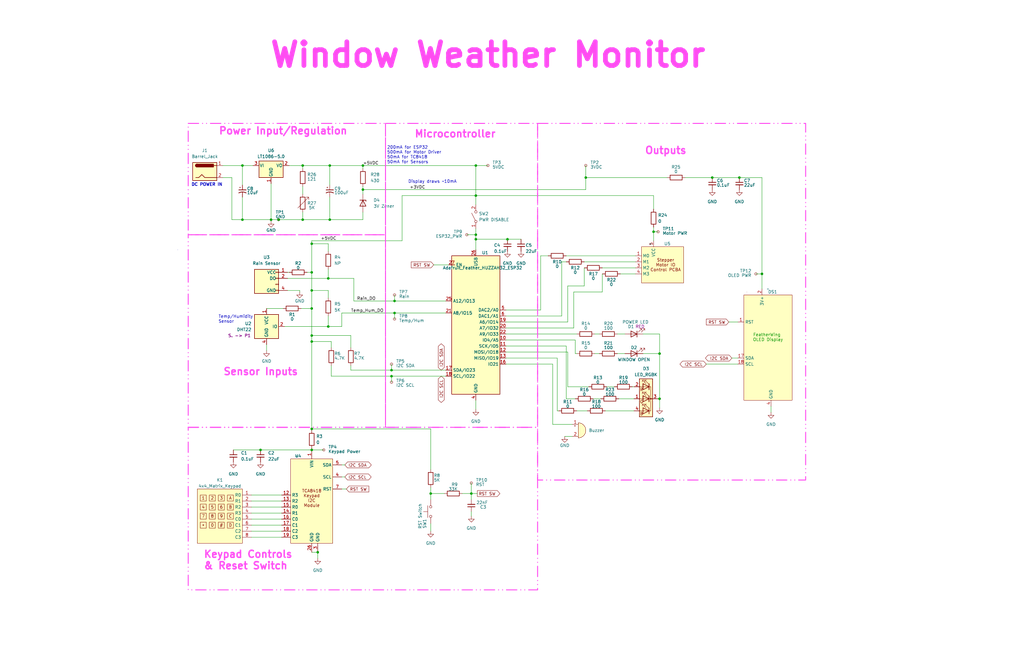
<source format=kicad_sch>
(kicad_sch (version 20230121) (generator eeschema)
  (paper "B")
  (title_block (title "Window Weather Monitor") (date "2023-11-09") (rev "4") (company "ECE 411 Team 4"))
  (junction (at 138.43 117.475))
  (junction (at 275.59 97.79))
  (junction (at 133.985 233.045))
  (junction (at 102.235 92.71))
  (junction (at 131.445 144.145))
  (junction (at 153.035 80.01))
  (junction (at 131.445 180.975))
  (junction (at 117.475 92.71))
  (junction (at 131.445 114.935))
  (junction (at 311.785 74.93))
  (junction (at 127.635 92.71))
  (junction (at 114.3 92.71))
  (junction (at 200.66 99.06))
  (junction (at 165.1 158.75))
  (junction (at 166.37 127))
  (junction (at 321.31 115.57))
  (junction (at 131.445 102.87))
  (junction (at 247.015 74.93))
  (junction (at 131.445 122.555))
  (junction (at 278.13 168.275))
  (junction (at 139.065 92.71))
  (junction (at 165.1 156.21))
  (junction (at 200.66 82.55))
  (junction (at 213.995 100.965))
  (junction (at 198.755 208.28))
  (junction (at 131.445 189.865))
  (junction (at 181.61 208.28))
  (junction (at 200.66 100.965))
  (junction (at 131.445 130.175))
  (junction (at 131.445 141.605))
  (junction (at 300.355 74.93))
  (junction (at 138.43 137.795))
  (junction (at 153.035 69.85))
  (junction (at 166.37 132.08))
  (junction (at 278.13 149.225))
  (junction (at 139.065 69.85))
  (junction (at 127.635 69.85))
  (junction (at 200.66 69.85))
  (junction (at 109.855 189.865))
  (junction (at 102.235 69.85))
  (wire (pts (xy 131.445 141.605) (xy 131.445 144.145)))
  (wire (pts (xy 114.3 77.47) (xy 114.3 92.71)))
  (wire (pts (xy 311.785 74.93) (xy 321.31 74.93)))
  (wire (pts (xy 243.205 173.355) (xy 247.65 173.355)))
  (wire (pts (xy 198.755 215.9) (xy 198.755 217.805)))
  (wire (pts (xy 239.395 135.89) (xy 239.395 120.65)))
  (wire (pts (xy 147.955 154.305) (xy 147.955 156.21)))
  (wire (pts (xy 131.445 180.975) (xy 131.445 181.61)))
  (wire (pts (xy 213.36 135.89) (xy 239.395 135.89)))
  (wire (pts (xy 106.045 221.615) (xy 118.745 221.615)))
  (wire (pts (xy 131.445 122.555) (xy 131.445 130.175)))
  (wire (pts (xy 233.045 153.67) (xy 233.045 179.07)))
  (wire (pts (xy 254 123.19) (xy 254 115.57)))
  (wire (pts (xy 139.7 146.685) (xy 139.7 144.145)))
  (wire (pts (xy 126.365 122.555) (xy 121.285 122.555)))
  (wire (pts (xy 121.285 117.475) (xy 138.43 117.475)))
  (wire (pts (xy 198.755 208.28) (xy 201.295 208.28)))
  (wire (pts (xy 102.235 69.85) (xy 106.68 69.85)))
  (wire (pts (xy 250.825 140.97) (xy 252.73 140.97)))
  (wire (pts (xy 241.935 123.19) (xy 254 123.19)))
  (wire (pts (xy 239.395 163.195) (xy 248.285 163.195)))
  (wire (pts (xy 106.045 213.995) (xy 118.745 213.995)))
  (wire (pts (xy 252.73 149.225) (xy 250.825 149.225)))
  (wire (pts (xy 93.98 74.93) (xy 97.79 74.93)))
  (wire (pts (xy 109.855 189.865) (xy 131.445 189.865)))
  (wire (pts (xy 93.98 69.85) (xy 102.235 69.85)))
  (wire (pts (xy 166.37 127) (xy 187.96 127)))
  (wire (pts (xy 246.38 120.65) (xy 246.38 113.03)))
  (wire (pts (xy 106.045 224.155) (xy 118.745 224.155)))
  (wire (pts (xy 239.395 148.59) (xy 239.395 163.195)))
  (wire (pts (xy 213.36 133.35) (xy 236.855 133.35)))
  (wire (pts (xy 205.74 69.85) (xy 200.66 69.85)))
  (wire (pts (xy 247.015 69.85) (xy 247.015 74.93)))
  (wire (pts (xy 181.61 208.28) (xy 187.325 208.28)))
  (wire (pts (xy 238.76 146.05) (xy 238.76 168.275)))
  (wire (pts (xy 144.145 196.215) (xy 145.415 196.215)))
  (wire (pts (xy 250.19 168.275) (xy 253.365 168.275)))
  (wire (pts (xy 261.62 115.57) (xy 267.97 115.57)))
  (wire (pts (xy 138.43 122.555) (xy 131.445 122.555)))
  (wire (pts (xy 127.635 92.71) (xy 127.635 89.535)))
  (wire (pts (xy 200.66 99.06) (xy 200.66 100.965)))
  (wire (pts (xy 277.495 168.275) (xy 278.13 168.275)))
  (wire (pts (xy 236.855 110.49) (xy 238.76 110.49)))
  (wire (pts (xy 106.045 216.535) (xy 118.745 216.535)))
  (wire (pts (xy 181.61 180.975) (xy 181.61 198.12)))
  (wire (pts (xy 131.445 233.045) (xy 133.985 233.045)))
  (wire (pts (xy 278.13 140.97) (xy 271.145 140.97)))
  (wire (pts (xy 166.37 132.08) (xy 187.96 132.08)))
  (wire (pts (xy 131.445 180.975) (xy 181.61 180.975)))
  (wire (pts (xy 169.545 82.55) (xy 169.545 101.6)))
  (wire (pts (xy 144.145 206.375) (xy 146.05 206.375)))
  (wire (pts (xy 198.755 203.835) (xy 198.755 208.28)))
  (wire (pts (xy 149.225 127) (xy 166.37 127)))
  (wire (pts (xy 102.235 92.71) (xy 114.3 92.71)))
  (wire (pts (xy 233.045 153.67) (xy 213.36 153.67)))
  (wire (pts (xy 114.3 92.71) (xy 117.475 92.71)))
  (wire (pts (xy 275.59 82.55) (xy 275.59 88.265)))
  (wire (pts (xy 307.34 135.89) (xy 311.15 135.89)))
  (wire (pts (xy 234.95 173.355) (xy 235.585 173.355)))
  (wire (pts (xy 102.235 83.185) (xy 102.235 92.71)))
  (wire (pts (xy 227.965 130.81) (xy 227.965 107.95)))
  (wire (pts (xy 147.955 141.605) (xy 131.445 141.605)))
  (wire (pts (xy 297.815 153.67) (xy 311.15 153.67)))
  (wire (pts (xy 247.015 74.93) (xy 281.305 74.93)))
  (wire (pts (xy 181.61 208.28) (xy 181.61 210.82)))
  (wire (pts (xy 233.045 179.07) (xy 241.3 179.07)))
  (wire (pts (xy 139.7 144.145) (xy 131.445 144.145)))
  (wire (pts (xy 165.1 158.75) (xy 165.1 161.29)))
  (wire (pts (xy 194.945 208.28) (xy 198.755 208.28)))
  (wire (pts (xy 114.3 92.71) (xy 114.3 93.345)))
  (wire (pts (xy 200.66 82.55) (xy 275.59 82.55)))
  (wire (pts (xy 131.445 189.23) (xy 131.445 189.865)))
  (wire (pts (xy 144.145 132.08) (xy 166.37 132.08)))
  (wire (pts (xy 144.145 137.795) (xy 144.145 132.08)))
  (wire (pts (xy 147.955 146.685) (xy 147.955 141.605)))
  (wire (pts (xy 321.31 115.57) (xy 321.31 121.92)))
  (wire (pts (xy 106.045 211.455) (xy 118.745 211.455)))
  (wire (pts (xy 112.395 130.175) (xy 119.38 130.175)))
  (wire (pts (xy 198.755 208.28) (xy 198.755 210.82)))
  (wire (pts (xy 127.635 69.85) (xy 121.92 69.85)))
  (wire (pts (xy 311.785 74.93) (xy 300.355 74.93)))
  (wire (pts (xy 200.66 100.965) (xy 213.995 100.965)))
  (wire (pts (xy 181.61 205.74) (xy 181.61 208.28)))
  (wire (pts (xy 153.035 69.85) (xy 200.66 69.85)))
  (wire (pts (xy 239.395 120.65) (xy 246.38 120.65)))
  (wire (pts (xy 127 130.175) (xy 131.445 130.175)))
  (wire (pts (xy 138.43 117.475) (xy 149.225 117.475)))
  (wire (pts (xy 127.635 69.85) (xy 139.065 69.85)))
  (wire (pts (xy 129.54 114.935) (xy 131.445 114.935)))
  (wire (pts (xy 255.905 163.195) (xy 259.08 163.195)))
  (wire (pts (xy 200.66 82.55) (xy 169.545 82.55)))
  (wire (pts (xy 169.545 101.6) (xy 131.445 101.6)))
  (wire (pts (xy 213.36 140.97) (xy 243.205 140.97)))
  (wire (pts (xy 153.035 80.01) (xy 153.035 81.915)))
  (wire (pts (xy 247.015 74.93) (xy 247.015 80.01)))
  (wire (pts (xy 165.1 153.67) (xy 165.1 156.21)))
  (wire (pts (xy 138.43 125.73) (xy 138.43 122.555)))
  (wire (pts (xy 138.43 113.665) (xy 138.43 117.475)))
  (wire (pts (xy 308.61 151.13) (xy 311.15 151.13)))
  (wire (pts (xy 139.065 83.185) (xy 139.065 92.71)))
  (wire (pts (xy 200.66 82.55) (xy 200.66 86.36)))
  (wire (pts (xy 106.045 208.915) (xy 118.745 208.915)))
  (wire (pts (xy 102.235 69.85) (xy 102.235 78.105)))
  (wire (pts (xy 213.36 130.81) (xy 227.965 130.81)))
  (wire (pts (xy 234.95 151.13) (xy 234.95 173.355)))
  (wire (pts (xy 275.59 97.79) (xy 277.495 97.79)))
  (wire (pts (xy 149.225 117.475) (xy 149.225 127)))
  (wire (pts (xy 213.36 138.43) (xy 241.935 138.43)))
  (wire (pts (xy 288.925 74.93) (xy 300.355 74.93)))
  (wire (pts (xy 213.36 148.59) (xy 239.395 148.59)))
  (wire (pts (xy 153.035 78.74) (xy 153.035 80.01)))
  (wire (pts (xy 138.43 133.35) (xy 138.43 137.795)))
  (wire (pts (xy 127.635 71.12) (xy 127.635 69.85)))
  (wire (pts (xy 98.425 189.865) (xy 109.855 189.865)))
  (wire (pts (xy 139.7 154.305) (xy 139.7 158.75)))
  (wire (pts (xy 213.36 151.13) (xy 234.95 151.13)))
  (wire (pts (xy 138.43 102.87) (xy 138.43 106.045)))
  (wire (pts (xy 321.31 74.93) (xy 321.31 115.57)))
  (wire (pts (xy 117.475 92.71) (xy 127.635 92.71)))
  (wire (pts (xy 139.7 158.75) (xy 165.1 158.75)))
  (wire (pts (xy 266.7 163.195) (xy 267.335 163.195)))
  (wire (pts (xy 200.66 100.965) (xy 200.66 105.41)))
  (wire (pts (xy 97.79 74.93) (xy 97.79 92.71)))
  (wire (pts (xy 126.365 123.19) (xy 126.365 122.555)))
  (wire (pts (xy 200.66 69.85) (xy 200.66 82.55)))
  (wire (pts (xy 275.59 95.885) (xy 275.59 97.79)))
  (wire (pts (xy 139.065 69.85) (xy 139.065 78.105)))
  (wire (pts (xy 181.61 220.98) (xy 181.61 224.155)))
  (wire (pts (xy 106.045 226.695) (xy 118.745 226.695)))
  (wire (pts (xy 213.36 143.51) (xy 242.57 143.51)))
  (wire (pts (xy 153.035 92.71) (xy 139.065 92.71)))
  (wire (pts (xy 196.85 99.06) (xy 200.66 99.06)))
  (wire (pts (xy 131.445 130.175) (xy 131.445 141.605)))
  (wire (pts (xy 165.1 158.75) (xy 187.96 158.75)))
  (wire (pts (xy 238.125 184.15) (xy 241.3 184.15)))
  (wire (pts (xy 242.57 149.225) (xy 243.205 149.225)))
  (wire (pts (xy 153.035 71.12) (xy 153.035 69.85)))
  (wire (pts (xy 260.985 168.275) (xy 267.335 168.275)))
  (wire (pts (xy 278.13 168.275) (xy 278.13 172.085)))
  (wire (pts (xy 236.855 133.35) (xy 236.855 110.49)))
  (wire (pts (xy 153.035 80.01) (xy 247.015 80.01)))
  (wire (pts (xy 260.35 140.97) (xy 263.525 140.97)))
  (wire (pts (xy 278.13 149.225) (xy 271.145 149.225)))
  (wire (pts (xy 275.59 97.79) (xy 275.59 101.6)))
  (wire (pts (xy 325.12 171.45) (xy 325.12 173.99)))
  (wire (pts (xy 246.38 110.49) (xy 267.97 110.49)))
  (wire (pts (xy 254 113.03) (xy 267.97 113.03)))
  (wire (pts (xy 133.985 233.045) (xy 133.985 235.585)))
  (wire (pts (xy 131.445 102.87) (xy 131.445 114.935)))
  (wire (pts (xy 238.76 168.275) (xy 242.57 168.275)))
  (wire (pts (xy 131.445 102.87) (xy 131.445 101.6)))
  (wire (pts (xy 131.445 102.87) (xy 138.43 102.87)))
  (wire (pts (xy 131.445 114.935) (xy 131.445 122.555)))
  (wire (pts (xy 138.43 137.795) (xy 144.145 137.795)))
  (wire (pts (xy 213.995 100.965) (xy 219.71 100.965)))
  (wire (pts (xy 144.145 201.295) (xy 145.415 201.295)))
  (wire (pts (xy 200.66 96.52) (xy 200.66 99.06)))
  (wire (pts (xy 127.635 81.915) (xy 127.635 78.74)))
  (wire (pts (xy 166.37 124.46) (xy 166.37 127)))
  (wire (pts (xy 182.88 111.76) (xy 189.23 111.76)))
  (wire (pts (xy 165.1 156.21) (xy 187.96 156.21)))
  (wire (pts (xy 131.445 144.145) (xy 131.445 180.975)))
  (wire (pts (xy 255.27 173.355) (xy 267.335 173.355)))
  (wire (pts (xy 200.66 168.91) (xy 200.66 172.72)))
  (wire (pts (xy 238.76 107.95) (xy 267.97 107.95)))
  (wire (pts (xy 227.965 107.95) (xy 231.14 107.95)))
  (wire (pts (xy 120.015 137.795) (xy 138.43 137.795)))
  (wire (pts (xy 139.065 92.71) (xy 127.635 92.71)))
  (wire (pts (xy 242.57 149.225) (xy 242.57 143.51)))
  (wire (pts (xy 139.065 69.85) (xy 153.035 69.85)))
  (wire (pts (xy 147.955 156.21) (xy 165.1 156.21)))
  (wire (pts (xy 131.445 189.865) (xy 136.525 189.865)))
  (wire (pts (xy 166.37 132.08) (xy 166.37 134.62)))
  (wire (pts (xy 318.77 115.57) (xy 321.31 115.57)))
  (wire (pts (xy 263.525 149.225) (xy 260.35 149.225)))
  (wire (pts (xy 121.285 114.935) (xy 121.92 114.935)))
  (wire (pts (xy 278.13 149.225) (xy 278.13 168.275)))
  (wire (pts (xy 241.935 138.43) (xy 241.935 123.19)))
  (wire (pts (xy 278.13 140.97) (xy 278.13 149.225)))
  (wire (pts (xy 97.79 92.71) (xy 102.235 92.71)))
  (wire (pts (xy 106.045 219.075) (xy 118.745 219.075)))
  (wire (pts (xy 213.36 146.05) (xy 238.76 146.05)))
  (wire (pts (xy 112.395 147.955) (xy 112.395 145.415)))
  (wire (pts (xy 153.035 89.535) (xy 153.035 92.71)))
  (rectangle (start 79.375 99.06) (end 162.56 180.34) (stroke (width 0.4) (type dash_dot_dot) (color 255 76 241 1)))
  (rectangle (start 74.93 105.41) (end 74.93 105.41))
  (rectangle (start 79.375 52.07) (end 162.56 99.06) (stroke (width 0.4) (type dash_dot_dot) (color 255 76 241 1)))
  (rectangle (start 226.695 52.07) (end 339.725 202.565) (stroke (width 0.4) (type dash_dot_dot) (color 255 76 241 1)))
  (rectangle (start 79.375 180.34) (end 226.695 248.92) (stroke (width 0.4) (type dash_dot_dot) (color 255 76 241 1)))
  (rectangle (start 162.56 52.07) (end 226.695 180.34) (stroke (width 0.4) (type dash_dot_dot) (color 255 76 241 1)))
  (text "Keypad Controls\n& Reset Switch" (at 85.725 240.665 0) (effects (font (size 3 3) bold) (justify left bottom)))
  (text "200mA for ESP32\n500mA for Motor Driver\n50mA for TC8418\n50mA for Sensors" (at 163.195 69.215 0) (effects (font (size 1.27 1.27)) (justify left bottom)))
  (text "Display draws ~10mA\n" (at 172.085 77.47 0) (effects (font (size 1.27 1.27)) (justify left bottom)))
  (text "Microcontroller" (at 174.625 58.42 0) (effects (font (size 3 3) bold) (justify left bottom)))
  (text "Temp/Humidity\nSensor" (at 92.075 136.525 0) (effects (font (size 1.27 1.27)) (justify left bottom)))
  (text "DC POWER IN" (at 80.645 78.74 0) (effects (font (size 1.27 1.27) (thickness 0.254) bold) (justify left bottom)))
  (text "Sensor Inputs" (at 93.98 158.75 0) (effects (font (size 3 3) bold) (justify left bottom)))
  (text "Power Input/Regulation" (at 92.075 57.15 0) (effects (font (size 3 3) bold) (justify left bottom)))
  (text "Outputs" (at 271.78 65.405 0) (effects (font (size 3 3) bold) (justify left bottom)))
  (text "Window Weather Monitor" (at 113.03 29.21 0) (effects (font (size 10 10) bold) (justify left bottom)))
  (label "Temp_Hum_DO" (at 147.955 132.08 0))
  (label "+5VDC" (at 153.035 69.85 0))
  (label "+5VDC" (at 135.255 101.6 0))
  (label "Rain_DO" (at 150.495 127 0))
  (label "+3VDC" (at 172.72 80.01 0))
  (global_label "RST SW" (shape input) (at 182.88 111.76 180) (property "Intersheetrefs" "${INTERSHEET_REFS}" (effects hide)))
  (global_label "I2C SCL" (shape bidirectional) (at 297.815 153.67 180) (property "Intersheetrefs" "${INTERSHEET_REFS}" (effects hide)))
  (global_label "I2C SDA" (shape bidirectional) (at 145.415 196.215 0) (property "Intersheetrefs" "${INTERSHEET_REFS}" (effects hide)))
  (global_label "I2C SDA" (shape bidirectional) (at 308.61 151.13 180) (property "Intersheetrefs" "${INTERSHEET_REFS}" (effects hide)))
  (global_label "I2C SCL" (shape bidirectional) (at 145.415 201.295 0) (property "Intersheetrefs" "${INTERSHEET_REFS}" (effects hide)))
  (global_label "RST SW" (shape input) (at 146.05 206.375 0) (property "Intersheetrefs" "${INTERSHEET_REFS}" (effects hide)))
  (global_label "I2C SDA" (shape bidirectional) (at 186.055 156.21 90) (property "Intersheetrefs" "${INTERSHEET_REFS}" (effects hide)))
  (global_label "RST SW" (shape input) (at 307.34 135.89 180) (property "Intersheetrefs" "${INTERSHEET_REFS}" (effects hide)))
  (global_label "I2C SCL" (shape bidirectional) (at 186.055 158.75 270) (property "Intersheetrefs" "${INTERSHEET_REFS}" (effects hide)))
  (global_label "RST SW" (shape output) (at 201.295 208.28 0) (property "Intersheetrefs" "${INTERSHEET_REFS}" (effects hide)))
  (symbol (lib_id "Device:R") (at 246.38 168.275 90) (unit 1)
    (property "Reference" "R16" (at 246.38 164.465 90))
    (property "Value" "0" (at 246.38 166.37 90))
    (property "Footprint" "Resistor_SMD:R_0603_1608Metric_Pad0.98x0.95mm_HandSolder" (effects hide))
    (property "MFG PN" "RMCF0603ZT0R00" (effects hide))
    (property "Part Link" "https://www.digikey.com/en/products/detail/stackpole-electronics-inc/RMCF0603ZT0R00/1756908" (effects hide))
  )
  (symbol (lib_id "power:GND") (at 325.12 173.99 0) (unit 1)
    (property "Reference" "#PWR016" (effects hide))
    (property "Value" "GND" (at 325.12 179.07 0))
  )
  (symbol (lib_id "Connector:TestPoint_Small") (at 117.475 92.71 0) (unit 1)
    (property "Reference" "TP1" (at 116.205 89.535 0) (effects (justify left)))
    (property "Value" "GND" (at 116.205 91.44 0) (effects (justify left)))
    (property "Footprint" "my_library:TestPoint_THTPad_D2.0mm_Drill1.0mm" (effects hide))
  )
  (symbol (lib_id "power:GND") (at 109.855 194.945 0) (unit 1)
    (property "Reference" "#PWR03" (effects hide))
    (property "Value" "GND" (at 109.855 200.025 0))
  )
  (symbol (lib_id "my_library:TCA8418_Keypad_/_GPIO_Extension") (at 131.445 192.405 0) (unit 1)
    (property "Reference" "U4" (at 125.73 192.405 0))
    (property "Value" "~" (at 125.095 192.405 0))
    (property "Footprint" "my_library:TCA8418" (effects hide))
  )
  (symbol (lib_id "Regulator_Linear:LT1086-5.0") (at 114.3 69.85 0) (unit 1)
    (property "Reference" "U6" (at 114.3 63.5 0))
    (property "Value" "LT1086-5.0" (at 114.3 66.04 0))
    (property "Footprint" "Package_TO_SOT_THT:TO-220-3_Vertical" (effects hide))
    (property "Datasheet" "https://www.analog.com/media/en/technical-documentation/data-sheets/1086ffs.pdf" (effects hide))
    (property "MFG PN" "LT1086CT#PBF" (effects hide))
    (property "Part Link" "https://www.digikey.com/en/products/detail/analog-devices-inc/LT1086CT-PBF/891238" (effects hide))
  )
  (symbol (lib_id "power:GND") (at 98.425 194.945 0) (unit 1)
    (property "Reference" "#PWR02" (effects hide))
    (property "Value" "GND" (at 98.425 200.025 0))
  )
  (symbol (lib_id "Device:R") (at 256.54 149.225 90) (unit 1)
    (property "Reference" "R21" (at 256.54 144.78 90))
    (property "Value" "100" (at 256.54 146.685 90))
    (property "Footprint" "Resistor_SMD:R_0603_1608Metric_Pad0.98x0.95mm_HandSolder" (effects hide))
    (property "MFG PN" "RMCF0603FT100R" (effects hide))
    (property "Part Link" "https://www.digikey.com/en/products/detail/stackpole-electronics-inc/RMCF0603FT100R/1761113" (effects hide))
  )
  (symbol (lib_id "power:GND") (at 278.13 172.085 0) (unit 1)
    (property "Reference" "#PWR013" (effects hide))
    (property "Value" "GND" (at 278.13 177.165 0))
  )
  (symbol (lib_id "my_library:Motor_Control_IO") (at 274.32 102.87 0) (unit 1)
    (property "Reference" "U5" (at 280.035 102.87 0) (effects (justify left)))
    (property "Value" "~" (at 274.32 102.87 0))
    (property "Footprint" "Connector_PinSocket_1.27mm:PinSocket_1x05_P1.27mm_Vertical" (effects hide))
  )
  (symbol (lib_id "Device:R") (at 285.115 74.93 270) (unit 1)
    (property "Reference" "R25" (at 287.02 70.485 90) (effects (justify right)))
    (property "Value" "0" (at 285.75 72.39 90) (effects (justify right)))
    (property "Footprint" "Resistor_SMD:R_0603_1608Metric_Pad0.98x0.95mm_HandSolder" (effects hide))
    (property "MFG PN" "RMCF0603ZT0R00" (effects hide))
    (property "Part Link" "https://www.digikey.com/en/products/detail/stackpole-electronics-inc/RMCF0603ZT0R00/1756908" (effects hide))
  )
  (symbol (lib_id "power:GND") (at 311.785 80.01 0) (unit 1)
    (property "Reference" "#PWR015" (effects hide))
    (property "Value" "GND" (at 311.785 85.09 0))
  )
  (symbol (lib_id "power:GND") (at 300.355 80.01 0) (unit 1)
    (property "Reference" "#PWR014" (effects hide))
    (property "Value" "GND" (at 300.355 85.09 0))
  )
  (symbol (lib_id "Device:R") (at 181.61 201.93 0) (unit 1)
    (property "Reference" "R8" (at 182.88 200.66 0) (effects (justify left)))
    (property "Value" "5K" (at 182.88 202.565 0) (effects (justify left)))
    (property "Footprint" "Resistor_SMD:R_0603_1608Metric_Pad0.98x0.95mm_HandSolder" (effects hide))
    (property "MFG PN" "RT0603BRE075KL" (effects hide))
    (property "Notes" "5K" (effects hide))
    (property "Part Link" "https://www.digikey.com/en/products/detail/yageo/RT0603BRE075KL/7708365" (effects hide))
  )
  (symbol (lib_id "Device:R") (at 125.73 114.935 90) (unit 1)
    (property "Reference" "R2" (at 125.73 111.125 90))
    (property "Value" "0" (at 125.73 113.03 90))
    (property "Footprint" "Resistor_SMD:R_0603_1608Metric_Pad0.98x0.95mm_HandSolder" (effects hide))
    (property "MFG PN" "RMCF0603ZT0R00" (effects hide))
    (property "Part Link" "https://www.digikey.com/en/products/detail/stackpole-electronics-inc/RMCF0603ZT0R00/1756908" (effects hide))
  )
  (symbol (lib_id "Device:R") (at 191.135 208.28 90) (unit 1)
    (property "Reference" "R9" (at 193.04 204.47 90) (effects (justify left)))
    (property "Value" "33K" (at 193.04 206.375 90) (effects (justify left)))
    (property "Footprint" "Resistor_SMD:R_0603_1608Metric_Pad0.98x0.95mm_HandSolder" (effects hide))
    (property "MFG PN" "RMCF0603FT33K0" (effects hide))
    (property "Part Link" "https://www.digikey.com/en/products/detail/stackpole-electronics-inc/RMCF0603FT33K0/1760742" (effects hide))
  )
  (symbol (lib_id "Device:R") (at 251.46 173.355 90) (unit 1)
    (property "Reference" "R18" (at 251.46 169.545 90))
    (property "Value" "100" (at 251.46 171.45 90))
    (property "Footprint" "Resistor_SMD:R_0603_1608Metric_Pad0.98x0.95mm_HandSolder" (effects hide))
    (property "MFG PN" "RMCF0603FT100R" (effects hide))
    (property "Part Link" "https://www.digikey.com/en/products/detail/stackpole-electronics-inc/RMCF0603FT100R/1761113" (effects hide))
  )
  (symbol (lib_id "Switch:SW_Push") (at 181.61 215.9 90) (unit 1)
    (property "Reference" "SW1" (at 179.07 220.98 0))
    (property "Value" "RST Switch" (at 177.165 217.805 0))
    (property "Footprint" "Button_Switch_THT:SW_PUSH_6mm" (effects hide))
    (property "MFG PN" "DAOKI SPST" (effects hide))
    (property "Part Link" "https://www.amazon.com/DAOKI-Miniature-Momentary-Tactile-Quality/dp/B01CGMP9GY/ref=asc_df_B01CGMP9GY?tag=bingshoppinga-20&linkCode=df0&hvadid=80676721524207&hvnetw=o&hvqmt=e&hvbmt=be&hvdev=c&hvlocint=&hvlocphy=&hvtargid=pla-4584276298255158&th=1" (effects hide))
  )
  (symbol (lib_id "power:GND") (at 238.125 184.15 0) (mirror y) (unit 1)
    (property "Reference" "#PWR012" (effects hide))
    (property "Value" "GND" (at 238.125 187.96 0))
  )
  (symbol (lib_id "power:GND") (at 126.365 123.19 0) (unit 1)
    (property "Reference" "#PWR05" (effects hide))
    (property "Value" "GND" (at 126.365 127 0))
  )
  (symbol (lib_id "power:GND") (at 198.755 217.805 0) (unit 1)
    (property "Reference" "#PWR08" (effects hide))
    (property "Value" "GND" (at 198.755 222.885 0))
  )
  (symbol (lib_id "Connector:TestPoint_Small") (at 196.85 99.06 0) (mirror y) (unit 1)
    (property "Reference" "TP9" (at 194.945 97.79 0) (effects (justify left)))
    (property "Value" "ESP32_PWR" (at 194.945 99.695 0) (effects (justify left)))
    (property "Footprint" "my_library:TestPoint_THTPad_D2.0mm_Drill1.0mm" (effects hide))
  )
  (symbol (lib_id "Device:R") (at 250.19 113.03 90) (unit 1)
    (property "Reference" "R17" (at 250.19 115.57 90))
    (property "Value" "0" (at 250.19 117.475 90))
    (property "Footprint" "Resistor_SMD:R_0603_1608Metric_Pad0.98x0.95mm_HandSolder" (effects hide))
    (property "MFG PN" "RMCF0603ZT0R00" (effects hide))
    (property "Part Link" "https://www.digikey.com/en/products/detail/stackpole-electronics-inc/RMCF0603ZT0R00/1756908" (effects hide))
  )
  (symbol (lib_id "Connector:TestPoint_Small") (at 277.495 97.79 0) (unit 1)
    (property "Reference" "TP11" (at 279.4 96.52 0) (effects (justify left)))
    (property "Value" "Motor PWR" (at 279.4 98.425 0) (effects (justify left)))
    (property "Footprint" "my_library:TestPoint_THTPad_D2.0mm_Drill1.0mm" (effects hide))
  )
  (symbol (lib_id "Device:R") (at 139.7 150.495 0) (unit 1)
    (property "Reference" "R6" (at 140.97 149.225 0) (effects (justify left)))
    (property "Value" "4.7K" (at 140.97 151.13 0) (effects (justify left)))
    (property "Footprint" "Resistor_SMD:R_0603_1608Metric_Pad0.98x0.95mm_HandSolder" (effects hide))
    (property "MFG PN" "RK73B1JTTD472J" (effects hide))
    (property "Notes" "4.7K" (effects hide))
    (property "Part Link" "https://www.digikey.com/en/products/detail/koa-speer-electronics-inc/RK73B1JTTD472J/9844699" (effects hide))
  )
  (symbol (lib_id "Sensor:DHT11") (at 112.395 137.795 0) (unit 1)
    (property "Reference" "U2" (at 106.045 136.525 0) (effects (justify right)))
    (property "Value" "DHT22" (at 106.045 139.065 0) (effects (justify right)))
    (property "Footprint" "Sensor:Aosong_DHT11_5.5x12.0_P2.54mm" (effects hide))
    (property "Datasheet" "http://akizukidenshi.com/download/ds/aosong/DHT11.pdf" (effects hide))
    (property "Pinout" "S. -> P1" (at 100.965 141.605 0))
  )
  (symbol (lib_id "Connector:TestPoint_Small") (at 165.1 153.67 0) (unit 1)
    (property "Reference" "TP5" (at 167.005 152.4 0) (effects (justify left)))
    (property "Value" "I2C SDA" (at 167.005 154.305 0) (effects (justify left)))
    (property "Footprint" "my_library:TestPoint_THTPad_D2.0mm_Drill1.0mm" (effects hide))
  )
  (symbol (lib_id "Device:Buzzer") (at 243.84 181.61 0) (unit 1)
    (property "Reference" "BZ1" (effects hide))
    (property "Value" "Buzzer" (at 248.285 181.61 0) (effects (justify left)))
    (property "Footprint" "Connector_Molex:Molex_KK-254_AE-6410-02A_1x02_P2.54mm_Vertical" (effects hide))
    (property "MFG PN" "N/A" (effects hide))
  )
  (symbol (lib_id "Switch:SW_SPST") (at 200.66 91.44 90) (unit 1)
    (property "Reference" "SW2" (at 201.93 90.17 90) (effects (justify right)))
    (property "Value" "PWR DISABLE" (at 201.93 92.71 90) (effects (justify right)))
    (property "Footprint" "Connector:FanPinHeader_1x03_P2.54mm_Vertical" (effects hide))
    (property "MFG PN" "TS02CQE" (effects hide))
    (property "Part Link" "https://www.digikey.com/en/products/detail/c-k/TS02CQE/3755397?s=N4IgjCBcoGw1oDGUBmBDANgZwKYBoQB7KAbXDAE4B2GADhAF0CAHAFyhAGVWAnASwB2AcxABfAmADMABgQhkkdNnxFSIACzSYAVhqMW7SF16CRo80A" (effects hide))
  )
  (symbol (lib_id "Device:C_Polarized_Small_US") (at 102.235 80.645 0) (unit 1)
    (property "Reference" "C8" (at 104.14 79.5782 0) (effects (justify left)))
    (property "Value" "10uF" (at 104.14 81.28 0) (effects (justify left)))
    (property "Footprint" "Capacitor_SMD:CP_Elec_4x5.4" (effects hide))
    (property "MFG PN" "EEE-HA1A101WP" (effects hide))
    (property "Part Link" "https://www.digikey.com/en/products/detail/panasonic-electronic-components/EEE-HA1A101WP/814141" (effects hide))
  )
  (symbol (lib_id "Connector:TestPoint_Small") (at 247.015 69.85 0) (unit 1)
    (property "Reference" "TP2" (at 248.92 68.58 0) (effects (justify left)))
    (property "Value" "3VDC" (at 248.92 70.485 0) (effects (justify left)))
    (property "Footprint" "my_library:TestPoint_THTPad_D2.0mm_Drill1.0mm" (effects hide))
  )
  (symbol (lib_id "Device:R") (at 138.43 129.54 0) (unit 1)
    (property "Reference" "R5" (at 140.97 128.27 0) (effects (justify left)))
    (property "Value" "5K" (at 140.97 130.81 0) (effects (justify left)))
    (property "Footprint" "Resistor_SMD:R_0603_1608Metric_Pad0.98x0.95mm_HandSolder" (effects hide))
    (property "MFG PN" "RT0603BRE075KL" (effects hide))
    (property "Notes" "5K" (effects hide))
    (property "Part Link" "https://www.digikey.com/en/products/detail/yageo/RT0603BRE075KL/7708365" (effects hide))
  )
  (symbol (lib_id "Device:C_Small") (at 198.755 213.36 180) (unit 1)
    (property "Reference" "C3" (at 205.105 213.995 0) (effects (justify left)))
    (property "Value" "22nF" (at 205.74 212.09 0) (effects (justify left)))
    (property "Footprint" "Capacitor_SMD:C_0603_1608Metric" (effects hide))
    (property "MFG PN" "CL05B223KP5NNNC" (effects hide))
    (property "Part Link" "https://www.digikey.com/en/products/detail/samsung-electro-mechanics/CL05B223KP5NNNC/3887196" (effects hide))
  )
  (symbol (lib_id "Device:LED_RGBK") (at 272.415 168.275 0) (mirror y) (unit 1)
    (property "Reference" "D3" (at 272.415 155.575 0))
    (property "Value" "LED_RGBK" (at 272.415 158.115 0))
    (property "Footprint" "LED_THT:LED_D5.0mm-4_RGB" (effects hide))
    (property "MFG PN" "HV-5RGB60" (effects hide))
    (property "Part Link" "https://www.digikey.com/en/products/detail/inolux/HV-5RGB60/7604616" (effects hide))
  )
  (symbol (lib_id "Device:R") (at 239.395 173.355 90) (unit 1)
    (property "Reference" "R11" (at 239.395 169.545 90))
    (property "Value" "0" (at 239.395 171.45 90))
    (property "Footprint" "Resistor_SMD:R_0603_1608Metric_Pad0.98x0.95mm_HandSolder" (effects hide))
    (property "MFG PN" "RMCF0603ZT0R00" (effects hide))
    (property "Part Link" "https://www.digikey.com/en/products/detail/stackpole-electronics-inc/RMCF0603ZT0R00/1756908" (effects hide))
  )
  (symbol (lib_id "Connector:Barrel_Jack") (at 86.36 72.39 0) (unit 1)
    (property "Reference" "J1" (at 86.36 63.5 0))
    (property "Value" "Barrel_Jack" (at 86.36 66.04 0))
    (property "Footprint" "Connector_BarrelJack:BarrelJack_CUI_PJ-063AH_Horizontal" (effects hide))
    (property "MFG PN" "PJ-063AH" (effects hide))
    (property "Part Link" "https://www.digikey.com/en/products/detail/cui-devices/PJ-063AH/2161208" (effects hide))
  )
  (symbol (lib_id "Device:R") (at 127.635 74.93 0) (unit 1)
    (property "Reference" "R26" (at 129.54 73.66 0) (effects (justify left)))
    (property "Value" "121" (at 129.54 75.565 0) (effects (justify left)))
    (property "Footprint" "Resistor_SMD:R_0603_1608Metric_Pad0.98x0.95mm_HandSolder" (effects hide))
    (property "MFG PN" "RMCF0603FT121R" (effects hide))
    (property "Part Link" "https://www.digikey.com/en/products/detail/stackpole-electronics-inc/RMCF0603FT121R/1761217" (effects hide))
  )
  (symbol (lib_id "my_library:Display-OLED-FeatherWing") (at 323.85 121.92 0) (unit 1)
    (property "Reference" "DS1" (at 323.85 123.19 0) (effects (justify left)))
    (property "Value" "~" (at 323.85 121.92 0))
    (property "Footprint" "Module:Adafruit_Feather" (effects hide))
    (property "MFG PN" "128x4 OLED" (effects hide))
  )
  (symbol (lib_id "power:GND") (at 112.395 147.955 0) (unit 1)
    (property "Reference" "#PWR04" (effects hide))
    (property "Value" "GND" (at 112.395 152.4 0))
  )
  (symbol (lib_id "Device:C_Small") (at 219.71 103.505 0) (unit 1)
    (property "Reference" "C5" (at 221.615 103.505 0) (effects (justify left)))
    (property "Value" "22uF" (at 221.615 106.045 0) (effects (justify left)))
    (property "Footprint" "Capacitor_SMD:C_1210_3225Metric" (effects hide))
    (property "MFG PN" "CL32B226KPJVPNE" (effects hide))
    (property "Part Link" "https://www.digikey.com/en/products/detail/samsung-electro-mechanics/CL32B226KPJVPNE/11487743" (effects hide))
  )
  (symbol (lib_id "Connector:TestPoint_Small") (at 318.77 115.57 0) (mirror y) (unit 1)
    (property "Reference" "TP12" (at 316.865 114.3 0) (effects (justify left)))
    (property "Value" "OLED PWR" (at 316.865 116.205 0) (effects (justify left)))
    (property "Footprint" "my_library:TestPoint_THTPad_D2.0mm_Drill1.0mm" (effects hide))
  )
  (symbol (lib_id "my_library:LM393_Rain_Sensor") (at 116.205 117.475 0) (mirror y) (unit 1)
    (property "Reference" "U3" (at 112.395 108.585 0))
    (property "Value" "Rain Sensor" (at 112.395 111.125 0))
    (property "Footprint" "Connector_JST:JST_EH_B4B-EH-A_1x04_P2.50mm_Vertical" (effects hide))
  )
  (symbol (lib_id "Device:C_Small") (at 311.785 77.47 0) (unit 1)
    (property "Reference" "C7" (at 313.69 76.2063 0) (effects (justify left)))
    (property "Value" "22uF" (at 313.69 78.105 0) (effects (justify left)))
    (property "Footprint" "Capacitor_SMD:C_1210_3225Metric" (effects hide))
    (property "MFG PN" "CL32B226KPJVPNE" (effects hide))
    (property "Part Link" "https://www.digikey.com/en/products/detail/samsung-electro-mechanics/CL32B226KPJVPNE/11487743" (effects hide))
  )
  (symbol (lib_id "Connector:TestPoint_Small") (at 136.525 189.865 0) (unit 1)
    (property "Reference" "TP4" (at 138.43 188.595 0) (effects (justify left)))
    (property "Value" "Keypad Power" (at 138.43 190.5 0) (effects (justify left)))
    (property "Footprint" "my_library:TestPoint_THTPad_D2.0mm_Drill1.0mm" (effects hide))
  )
  (symbol (lib_id "Device:R") (at 147.955 150.495 0) (unit 1)
    (property "Reference" "R7" (at 149.225 149.225 0) (effects (justify left)))
    (property "Value" "4.7K" (at 149.225 151.13 0) (effects (justify left)))
    (property "Footprint" "Resistor_SMD:R_0603_1608Metric_Pad0.98x0.95mm_HandSolder" (effects hide))
    (property "MFG PN" "RK73B1JTTD472J" (effects hide))
    (property "Notes" "4.7K" (effects hide))
    (property "Part Link" "https://www.digikey.com/en/products/detail/koa-speer-electronics-inc/RK73B1JTTD472J/9844699" (effects hide))
  )
  (symbol (lib_id "Device:R") (at 242.57 110.49 90) (unit 1)
    (property "Reference" "R12" (at 242.57 113.03 90))
    (property "Value" "0" (at 242.57 114.935 90))
    (property "Footprint" "Resistor_SMD:R_0603_1608Metric_Pad0.98x0.95mm_HandSolder" (effects hide))
    (property "MFG PN" "RMCF0603ZT0R00" (effects hide))
    (property "Part Link" "https://www.digikey.com/en/products/detail/stackpole-electronics-inc/RMCF0603ZT0R00/1756908" (effects hide))
  )
  (symbol (lib_id "Device:R") (at 257.81 115.57 90) (unit 1)
    (property "Reference" "R22" (at 257.81 118.11 90))
    (property "Value" "0" (at 257.81 120.015 90))
    (property "Footprint" "Resistor_SMD:R_0603_1608Metric_Pad0.98x0.95mm_HandSolder" (effects hide))
    (property "MFG PN" "RMCF0603ZT0R00" (effects hide))
    (property "Part Link" "https://www.digikey.com/en/products/detail/stackpole-electronics-inc/RMCF0603ZT0R00/1756908" (effects hide))
  )
  (symbol (lib_id "Device:C_Small") (at 98.425 192.405 0) (unit 1)
    (property "Reference" "C1" (at 101.6 191.1413 0) (effects (justify left)))
    (property "Value" "0.1uF" (at 101.6 193.6813 0) (effects (justify left)))
    (property "Footprint" "Capacitor_SMD:C_0603_1608Metric" (effects hide))
    (property "MFG PN" "C0603C104K8RAC7867" (effects hide))
    (property "Part Link" "https://www.digikey.com/en/products/detail/kemet/C0603C104K8RAC7867/411094" (effects hide))
  )
  (symbol (lib_id "Device:R") (at 257.175 168.275 90) (unit 1)
    (property "Reference" "R23" (at 257.175 164.465 90))
    (property "Value" "100" (at 257.175 166.37 90))
    (property "Footprint" "Resistor_SMD:R_0603_1608Metric_Pad0.98x0.95mm_HandSolder" (effects hide))
    (property "MFG PN" "RMCF0603FT100R" (effects hide))
    (property "Part Link" "https://www.digikey.com/en/products/detail/stackpole-electronics-inc/RMCF0603FT100R/1761113" (effects hide))
  )
  (symbol (lib_id "Device:R") (at 262.89 163.195 90) (unit 1)
    (property "Reference" "R19" (at 262.89 159.385 90))
    (property "Value" "100" (at 262.89 161.29 90))
    (property "Footprint" "Resistor_SMD:R_0603_1608Metric_Pad0.98x0.95mm_HandSolder" (effects hide))
    (property "MFG PN" "RMCF0603FT100R" (effects hide))
    (property "Part Link" "https://www.digikey.com/en/products/detail/stackpole-electronics-inc/RMCF0603FT100R/1761113" (effects hide))
  )
  (symbol (lib_id "Device:R") (at 256.54 140.97 90) (unit 1)
    (property "Reference" "R20" (at 256.54 136.525 90))
    (property "Value" "100" (at 256.54 138.43 90))
    (property "Footprint" "Resistor_SMD:R_0603_1608Metric_Pad0.98x0.95mm_HandSolder" (effects hide))
    (property "MFG PN" "RMCF0603FT100R" (effects hide))
    (property "Part Link" "https://www.digikey.com/en/products/detail/stackpole-electronics-inc/RMCF0603FT100R/1761113" (effects hide))
  )
  (symbol (lib_id "Device:R") (at 252.095 163.195 90) (unit 1)
    (property "Reference" "R13" (at 252.095 159.385 90))
    (property "Value" "0" (at 252.095 161.29 90))
    (property "Footprint" "Resistor_SMD:R_0603_1608Metric_Pad0.98x0.95mm_HandSolder" (effects hide))
    (property "MFG PN" "RMCF0603ZT0R00" (effects hide))
    (property "Part Link" "https://www.digikey.com/en/products/detail/stackpole-electronics-inc/RMCF0603ZT0R00/1756908" (effects hide))
  )
  (symbol (lib_id "Device:R") (at 123.19 130.175 90) (unit 1)
    (property "Reference" "R1" (at 123.19 132.715 90))
    (property "Value" "0" (at 123.19 134.62 90))
    (property "Footprint" "Resistor_SMD:R_0603_1608Metric_Pad0.98x0.95mm_HandSolder" (effects hide))
    (property "MFG PN" "RMCF0603ZT0R00" (effects hide))
    (property "Part Link" "https://www.digikey.com/en/products/detail/stackpole-electronics-inc/RMCF0603ZT0R00/1756908" (effects hide))
  )
  (symbol (lib_id "Device:R") (at 234.95 107.95 90) (unit 1)
    (property "Reference" "R10" (at 234.95 110.49 90))
    (property "Value" "0" (at 234.95 112.395 90))
    (property "Footprint" "Resistor_SMD:R_0603_1608Metric_Pad0.98x0.95mm_HandSolder" (effects hide))
    (property "MFG PN" "RMCF0603ZT0R00" (effects hide))
    (property "Part Link" "https://www.digikey.com/en/products/detail/stackpole-electronics-inc/RMCF0603ZT0R00/1756908" (effects hide))
  )
  (symbol (lib_id "Device:R") (at 153.035 74.93 0) (unit 1)
    (property "Reference" "R28" (at 156.21 73.66 0) (effects (justify left)))
    (property "Value" "430" (at 156.21 76.2 0) (effects (justify left)))
    (property "Footprint" "Resistor_SMD:R_0603_1608Metric_Pad0.98x0.95mm_HandSolder" (effects hide))
    (property "MFG PN" "RMCF0603FT430R" (effects hide))
    (property "Part Link" "https://www.digikey.com/en/products/detail/stackpole-electronics-inc/RMCF0603FT430R/1761190" (effects hide))
  )
  (symbol (lib_id "power:GND") (at 133.985 235.585 0) (unit 1)
    (property "Reference" "#PWR06" (effects hide))
    (property "Value" "GND" (at 133.985 240.665 0))
  )
  (symbol (lib_id "Connector:TestPoint_Small") (at 166.37 134.62 0) (unit 1)
    (property "Reference" "TP8" (at 168.275 133.35 0) (effects (justify left)))
    (property "Value" "Temp/Hum" (at 168.275 135.255 0) (effects (justify left)))
    (property "Footprint" "my_library:TestPoint_THTPad_D2.0mm_Drill1.0mm" (effects hide))
  )
  (symbol (lib_id "MCU_Module:Adafruit_Feather_HUZZAH32_ESP32") (at 200.66 135.89 0) (unit 1)
    (property "Reference" "U1" (at 203.2 106.68 0) (effects (justify left)))
    (property "Value" "Adafruit_Feather_HUZZAH32_ESP32" (at 186.69 113.03 0) (effects (justify left)))
    (property "Footprint" "Module:Adafruit_Feather" (effects hide))
    (property "Datasheet" "https://cdn-learn.adafruit.com/downloads/pdf/adafruit-huzzah32-esp32-feather.pdf" (effects hide))
  )
  (symbol (lib_id "power:GND") (at 213.995 106.045 0) (unit 1)
    (property "Reference" "#PWR010" (effects hide))
    (property "Value" "GND" (at 213.995 111.125 0))
  )
  (symbol (lib_id "Device:C_Polarized_Small_US") (at 139.065 80.645 0) (unit 1)
    (property "Reference" "C9" (at 140.97 79.5782 0) (effects (justify left)))
    (property "Value" "100uF" (at 140.97 81.28 0) (effects (justify left)))
    (property "Footprint" "Capacitor_SMD:C_Elec_6.3x5.8" (effects hide))
    (property "MFG PN" "EEE-1CA100SR" (effects hide))
    (property "Part Link" "https://www.digikey.com/en/products/detail/panasonic-electronic-components/EEE-1CA100SR/766045" (effects hide))
  )
  (symbol (lib_id "my_library:4x4_Matrix_Keypad") (at 92.075 206.375 0) (unit 1) (on_board no)
    (property "Reference" "K1" (at 92.71 202.565 0))
    (property "Value" "4x4_Matrix_Keypad" (at 92.71 205.105 0))
  )
  (symbol (lib_id "power:GND") (at 200.66 172.72 0) (mirror y) (unit 1)
    (property "Reference" "#PWR09" (effects hide))
    (property "Value" "GND" (at 200.66 177.8 0))
  )
  (symbol (lib_id "power:GND") (at 219.71 106.045 0) (unit 1)
    (property "Reference" "#PWR011" (effects hide))
    (property "Value" "GND" (at 219.71 111.125 0))
  )
  (symbol (lib_id "Device:LED") (at 267.335 140.97 180) (unit 1)
    (property "Reference" "D1" (at 266.065 137.795 0))
    (property "Value" "POWER LED" (at 267.97 135.89 0))
    (property "Footprint" "LED_THT:LED_D5.0mm" (effects hide))
    (property "Color" "RED" (at 269.875 137.795 0))
    (property "MFG PN" "MT4118-HR-A" (effects hide))
    (property "Part Link" "https://www.digikey.com/en/products/detail/marktech-optoelectronics/MT4118-HR-A/4214622" (effects hide))
  )
  (symbol (lib_id "Connector:TestPoint_Small") (at 166.37 124.46 0) (unit 1)
    (property "Reference" "TP7" (at 168.275 123.19 0) (effects (justify left)))
    (property "Value" "Rain" (at 168.275 125.095 0) (effects (justify left)))
    (property "Footprint" "my_library:TestPoint_THTPad_D2.0mm_Drill1.0mm" (effects hide))
  )
  (symbol (lib_id "Device:R") (at 138.43 109.855 0) (unit 1)
    (property "Reference" "R4" (at 140.97 108.585 0) (effects (justify left)))
    (property "Value" "NP" (at 140.97 111.125 0) (effects (justify left)))
    (property "Footprint" "Resistor_SMD:R_0603_1608Metric_Pad0.98x0.95mm_HandSolder" (effects hide))
    (property "MFG PN" "RMCF0603ZT0R00" (effects hide))
    (property "Part Link" "https://www.digikey.com/en/products/detail/stackpole-electronics-inc/RMCF0603ZT0R00/1756908" (effects hide))
  )
  (symbol (lib_id "power:GND") (at 181.61 224.155 0) (unit 1)
    (property "Reference" "#PWR07" (effects hide))
    (property "Value" "GND" (at 181.61 229.235 0))
  )
  (symbol (lib_id "Connector:TestPoint_Small") (at 198.755 203.835 0) (unit 1)
    (property "Reference" "TP10" (at 200.66 202.565 0) (effects (justify left)))
    (property "Value" "RST" (at 200.66 204.47 0) (effects (justify left)))
    (property "Footprint" "my_library:TestPoint_THTPad_D2.0mm_Drill1.0mm" (effects hide))
  )
  (symbol (lib_id "Device:D_Zener") (at 153.035 85.725 270) (unit 1)
    (property "Reference" "D4" (at 157.48 84.455 90) (effects (justify left)))
    (property "Value" "3V Zener" (at 157.48 86.995 90) (effects (justify left)))
    (property "Footprint" "Diode_SMD:D_SOD-123" (effects hide))
    (property "MFG PN" "MMSZ4684-TP" (effects hide))
    (property "Part Link" "https://www.digikey.com/en/products/detail/micro-commercial-co/MMSZ4684-TP/2345538" (effects hide))
  )
  (symbol (lib_id "Device:R_Variable") (at 127.635 85.725 0) (unit 1)
    (property "Reference" "R27" (at 129.54 85.725 0) (effects (justify left)))
    (property "Value" "5K" (at 130.175 87.63 0) (effects (justify left)))
    (property "Footprint" "my_library:5K Trim Pot" (effects hide))
    (property "MFG PN" "84WR5KLFTR" (effects hide))
    (property "Part Link" "https://www.digikey.com/en/products/detail/tt-electronics-bi/84WR5KLFTR/6155682" (effects hide))
  )
  (symbol (lib_id "power:GND") (at 114.3 93.345 0) (unit 1)
    (property "Reference" "#PWR017" (effects hide))
    (property "Value" "GND" (at 114.3 97.155 0))
  )
  (symbol (lib_id "Connector:TestPoint_Small") (at 165.1 161.29 0) (unit 1)
    (property "Reference" "TP6" (at 167.005 160.655 0) (effects (justify left)))
    (property "Value" "I2C SCL" (at 167.005 162.56 0) (effects (justify left)))
    (property "Footprint" "my_library:TestPoint_THTPad_D2.0mm_Drill1.0mm" (effects hide))
  )
  (symbol (lib_id "Device:C_Small") (at 213.995 103.505 0) (unit 1)
    (property "Reference" "C4" (at 208.28 103.505 0) (effects (justify left)))
    (property "Value" "0.1uF" (at 208.28 106.045 0) (effects (justify left)))
    (property "Footprint" "Capacitor_SMD:C_0603_1608Metric" (effects hide))
    (property "MFG PN" "C0603C104K8RAC7867" (effects hide))
    (property "Part Link" "https://www.digikey.com/en/products/detail/kemet/C0603C104K8RAC7867/411094" (effects hide))
  )
  (symbol (lib_id "Device:R") (at 247.015 149.225 90) (unit 1)
    (property "Reference" "R15" (at 247.015 144.78 90))
    (property "Value" "0" (at 247.015 146.685 90))
    (property "Footprint" "Resistor_SMD:R_0603_1608Metric_Pad0.98x0.95mm_HandSolder" (effects hide))
    (property "MFG PN" "RMCF0603ZT0R00" (effects hide))
    (property "Part Link" "https://www.digikey.com/en/products/detail/stackpole-electronics-inc/RMCF0603ZT0R00/1756908" (effects hide))
  )
  (symbol (lib_id "Device:R") (at 247.015 140.97 90) (unit 1)
    (property "Reference" "R14" (at 247.015 136.525 90))
    (property "Value" "0" (at 247.015 138.43 90))
    (property "Footprint" "Resistor_SMD:R_0603_1608Metric_Pad0.98x0.95mm_HandSolder" (effects hide))
    (property "MFG PN" "RMCF0603ZT0R00" (effects hide))
    (property "Part Link" "https://www.digikey.com/en/products/detail/stackpole-electronics-inc/RMCF0603ZT0R00/1756908" (effects hide))
  )
  (symbol (lib_id "Device:R") (at 275.59 92.075 180) (unit 1)
    (property "Reference" "R24" (at 277.495 90.805 0) (effects (justify right)))
    (property "Value" "0" (at 277.495 93.345 0) (effects (justify right)))
    (property "Footprint" "Resistor_SMD:R_0603_1608Metric_Pad0.98x0.95mm_HandSolder" (effects hide))
    (property "MFG PN" "RMCF0603ZT0R00" (effects hide))
    (property "Part Link" "https://www.digikey.com/en/products/detail/stackpole-electronics-inc/RMCF0603ZT0R00/1756908" (effects hide))
  )
  (symbol (lib_id "Device:C_Small") (at 109.855 192.405 0) (unit 1)
    (property "Reference" "C2" (at 113.03 191.1413 0) (effects (justify left)))
    (property "Value" "22uF" (at 113.03 193.6813 0) (effects (justify left)))
    (property "Footprint" "Capacitor_SMD:C_1210_3225Metric" (effects hide))
    (property "MFG PN" "CL32B226KPJVPNE" (effects hide))
    (property "Part Link" "https://www.digikey.com/en/products/detail/samsung-electro-mechanics/CL32B226KPJVPNE/11487743" (effects hide))
  )
  (symbol (lib_id "Connector:TestPoint_Small") (at 205.74 69.85 0) (unit 1)
    (property "Reference" "TP3" (at 207.645 68.58 0) (effects (justify left)))
    (property "Value" "5VDC" (at 207.645 70.485 0) (effects (justify left)))
    (property "Footprint" "my_library:TestPoint_THTPad_D2.0mm_Drill1.0mm" (effects hide))
  )
  (symbol (lib_id "Device:R") (at 131.445 185.42 180) (unit 1)
    (property "Reference" "R3" (at 133.35 184.15 0) (effects (justify right)))
    (property "Value" "0" (at 133.35 186.69 0) (effects (justify right)))
    (property "Footprint" "Resistor_SMD:R_0603_1608Metric_Pad0.98x0.95mm_HandSolder" (effects hide))
    (property "MFG PN" "RMCF0603ZT0R00" (effects hide))
    (property "Part Link" "https://www.digikey.com/en/products/detail/stackpole-electronics-inc/RMCF0603ZT0R00/1756908" (effects hide))
  )
  (symbol (lib_id "Device:LED") (at 267.335 149.225 180) (unit 1)
    (property "Reference" "D2" (at 267.335 146.685 0))
    (property "Value" "WINDOW OPEN" (at 267.335 151.765 0))
    (property "Footprint" "LED_THT:LED_D5.0mm" (effects hide))
    (property "MFG PN" "MT2118-G-A" (effects hide))
    (property "Part Link" "https://www.digikey.com/en/products/detail/marktech-optoelectronics/MT2118-G-A/4214619" (effects hide))
  )
  (symbol (lib_id "Device:C_Small") (at 300.355 77.47 0) (unit 1)
    (property "Reference" "C6" (at 302.26 76.2 0) (effects (justify left)))
    (property "Value" "0.1uF" (at 302.26 78.0987 0) (effects (justify left)))
    (property "Footprint" "Capacitor_SMD:C_0603_1608Metric" (effects hide))
    (property "MFG PN" "C0603C104K8RAC7867" (effects hide))
    (property "Part Link" "https://www.digikey.com/en/products/detail/kemet/C0603C104K8RAC7867/411094" (effects hide))
  )
)
</source>
